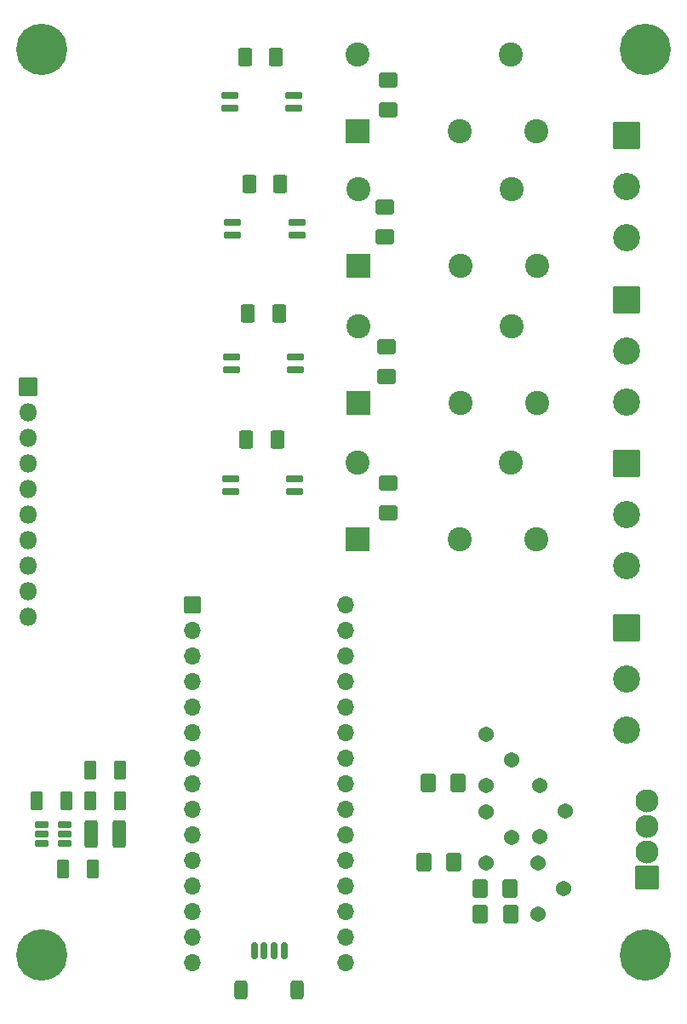
<source format=gbr>
%TF.GenerationSoftware,KiCad,Pcbnew,8.0.5*%
%TF.CreationDate,2024-09-29T21:47:55-04:00*%
%TF.ProjectId,BREAD_Slice,42524541-445f-4536-9c69-63652e6b6963,rev?*%
%TF.SameCoordinates,PX74eba40PY8552dc0*%
%TF.FileFunction,Soldermask,Bot*%
%TF.FilePolarity,Negative*%
%FSLAX46Y46*%
G04 Gerber Fmt 4.6, Leading zero omitted, Abs format (unit mm)*
G04 Created by KiCad (PCBNEW 8.0.5) date 2024-09-29 21:47:55*
%MOMM*%
%LPD*%
G01*
G04 APERTURE LIST*
G04 Aperture macros list*
%AMRoundRect*
0 Rectangle with rounded corners*
0 $1 Rounding radius*
0 $2 $3 $4 $5 $6 $7 $8 $9 X,Y pos of 4 corners*
0 Add a 4 corners polygon primitive as box body*
4,1,4,$2,$3,$4,$5,$6,$7,$8,$9,$2,$3,0*
0 Add four circle primitives for the rounded corners*
1,1,$1+$1,$2,$3*
1,1,$1+$1,$4,$5*
1,1,$1+$1,$6,$7*
1,1,$1+$1,$8,$9*
0 Add four rect primitives between the rounded corners*
20,1,$1+$1,$2,$3,$4,$5,0*
20,1,$1+$1,$4,$5,$6,$7,0*
20,1,$1+$1,$6,$7,$8,$9,0*
20,1,$1+$1,$8,$9,$2,$3,0*%
G04 Aperture macros list end*
%ADD10C,5.100000*%
%ADD11RoundRect,0.050000X-0.800000X-0.800000X0.800000X-0.800000X0.800000X0.800000X-0.800000X0.800000X0*%
%ADD12O,1.700000X1.700000*%
%ADD13RoundRect,0.050000X-0.850000X-0.850000X0.850000X-0.850000X0.850000X0.850000X-0.850000X0.850000X0*%
%ADD14O,1.800000X1.800000*%
%ADD15RoundRect,0.050000X-1.300000X1.300000X-1.300000X-1.300000X1.300000X-1.300000X1.300000X1.300000X0*%
%ADD16C,2.700000*%
%ADD17C,1.540000*%
%ADD18RoundRect,0.050000X1.100000X-1.100000X1.100000X1.100000X-1.100000X1.100000X-1.100000X-1.100000X0*%
%ADD19C,2.300000*%
%ADD20RoundRect,0.050000X1.150000X1.150000X-1.150000X1.150000X-1.150000X-1.150000X1.150000X-1.150000X0*%
%ADD21C,2.400000*%
%ADD22RoundRect,0.267544X0.494956X0.657456X-0.494956X0.657456X-0.494956X-0.657456X0.494956X-0.657456X0*%
%ADD23RoundRect,0.175000X-0.687500X-0.175000X0.687500X-0.175000X0.687500X0.175000X-0.687500X0.175000X0*%
%ADD24RoundRect,0.175000X0.175000X0.650000X-0.175000X0.650000X-0.175000X-0.650000X0.175000X-0.650000X0*%
%ADD25RoundRect,0.270833X0.379167X0.679167X-0.379167X0.679167X-0.379167X-0.679167X0.379167X-0.679167X0*%
%ADD26RoundRect,0.271739X0.353261X0.678261X-0.353261X0.678261X-0.353261X-0.678261X0.353261X-0.678261X0*%
%ADD27RoundRect,0.267544X-0.657456X0.494956X-0.657456X-0.494956X0.657456X-0.494956X0.657456X0.494956X0*%
%ADD28RoundRect,0.175000X-0.537500X-0.175000X0.537500X-0.175000X0.537500X0.175000X-0.537500X0.175000X0*%
%ADD29RoundRect,0.269231X-0.430769X-0.655769X0.430769X-0.655769X0.430769X0.655769X-0.430769X0.655769X0*%
%ADD30RoundRect,0.271739X-0.353261X-0.678261X0.353261X-0.678261X0.353261X0.678261X-0.353261X0.678261X0*%
%ADD31RoundRect,0.267544X-0.494956X-0.657456X0.494956X-0.657456X0.494956X0.657456X-0.494956X0.657456X0*%
%ADD32RoundRect,0.270000X-0.405000X-1.105000X0.405000X-1.105000X0.405000X1.105000X-0.405000X1.105000X0*%
G04 APERTURE END LIST*
D10*
%TO.C,H1*%
X5000000Y95000000D03*
%TD*%
%TO.C,H3*%
X65000000Y95000000D03*
%TD*%
%TO.C,H2*%
X5000000Y5000000D03*
%TD*%
%TO.C,H4*%
X65000000Y5000000D03*
%TD*%
D11*
%TO.C,A1*%
X19988000Y39800000D03*
D12*
X19988000Y37260000D03*
X19988000Y34720000D03*
X19988000Y32180000D03*
X19988000Y29640000D03*
X19988000Y27100000D03*
X19988000Y24560000D03*
X19988000Y22020000D03*
X19988000Y19480000D03*
X19988000Y16940000D03*
X19988000Y14400000D03*
X19988000Y11860000D03*
X19988000Y9320000D03*
X19988000Y6780000D03*
X19988000Y4240000D03*
X35228000Y4240000D03*
X35228000Y6780000D03*
X35228000Y9320000D03*
X35228000Y11860000D03*
X35228000Y14400000D03*
X35228000Y16940000D03*
X35228000Y19480000D03*
X35228000Y22020000D03*
X35228000Y24560000D03*
X35228000Y27100000D03*
X35228000Y29640000D03*
X35228000Y32180000D03*
X35228000Y34720000D03*
X35228000Y37260000D03*
X35228000Y39800000D03*
%TD*%
D13*
%TO.C,J2*%
X3600000Y61450000D03*
D14*
X3600000Y58910000D03*
X3600000Y56370000D03*
X3600000Y53830000D03*
X3600000Y51290000D03*
X3600000Y48750000D03*
X3600000Y46210000D03*
X3600000Y43670000D03*
X3600000Y41130000D03*
X3600000Y38590000D03*
%TD*%
D15*
%TO.C,J6*%
X63150000Y53850000D03*
D16*
X63150000Y48770000D03*
X63150000Y43690000D03*
%TD*%
D17*
%TO.C,RV1*%
X54360000Y14140000D03*
X56900000Y11600000D03*
X54360000Y9060000D03*
%TD*%
D18*
%TO.C,J3*%
X65200000Y12735000D03*
D19*
X65200000Y15275000D03*
X65200000Y17815000D03*
X65200000Y20355000D03*
%TD*%
D17*
%TO.C,RV4*%
X49160000Y26900000D03*
X51700000Y24360000D03*
X49160000Y21820000D03*
%TD*%
D15*
%TO.C,J7*%
X63150000Y37550000D03*
D16*
X63150000Y32470000D03*
X63150000Y27390000D03*
%TD*%
D20*
%TO.C,K1*%
X36390000Y86908000D03*
D21*
X46550000Y86908000D03*
X54170000Y86908000D03*
X51630000Y94528000D03*
X36390000Y94528000D03*
%TD*%
D17*
%TO.C,RV2*%
X49160000Y19240000D03*
X51700000Y16700000D03*
X49160000Y14160000D03*
%TD*%
D20*
%TO.C,K4*%
X36360000Y46360000D03*
D21*
X46520000Y46360000D03*
X54140000Y46360000D03*
X51600000Y53980000D03*
X36360000Y53980000D03*
%TD*%
D15*
%TO.C,J4*%
X63145000Y86435000D03*
D16*
X63145000Y81355000D03*
X63145000Y76275000D03*
%TD*%
D20*
%TO.C,K2*%
X36425000Y73532000D03*
D21*
X46585000Y73532000D03*
X54205000Y73532000D03*
X51665000Y81152000D03*
X36425000Y81152000D03*
%TD*%
D20*
%TO.C,K3*%
X36425000Y59900000D03*
D21*
X46585000Y59900000D03*
X54205000Y59900000D03*
X51665000Y67520000D03*
X36425000Y67520000D03*
%TD*%
D17*
%TO.C,RV3*%
X54460000Y21840000D03*
X57000000Y19300000D03*
X54460000Y16760000D03*
%TD*%
D15*
%TO.C,J5*%
X63145000Y70135000D03*
D16*
X63145000Y65055000D03*
X63145000Y59975000D03*
%TD*%
D22*
%TO.C,D5*%
X46387500Y22100000D03*
X43412500Y22100000D03*
%TD*%
D23*
%TO.C,U3*%
X23966500Y76580000D03*
X23966500Y77850000D03*
X30341500Y77850000D03*
X30341500Y76580000D03*
%TD*%
D22*
%TO.C,D2*%
X51587500Y9100000D03*
X48612500Y9100000D03*
%TD*%
D23*
%TO.C,U4*%
X23839500Y63202000D03*
X23839500Y64472000D03*
X30214500Y64472000D03*
X30214500Y63202000D03*
%TD*%
D24*
%TO.C,J1*%
X29098000Y5400000D03*
X28098000Y5400000D03*
X27098000Y5400000D03*
X26098000Y5400000D03*
D25*
X30398000Y1525000D03*
X24798000Y1525000D03*
%TD*%
D23*
%TO.C,U2*%
X23677500Y89194000D03*
X23677500Y90464000D03*
X30052500Y90464000D03*
X30052500Y89194000D03*
%TD*%
D26*
%TO.C,C1*%
X7425000Y20345000D03*
X4475000Y20345000D03*
%TD*%
D27*
%TO.C,D8*%
X39219000Y65451500D03*
X39219000Y62476500D03*
%TD*%
%TO.C,D9*%
X39408000Y51911500D03*
X39408000Y48936500D03*
%TD*%
D28*
%TO.C,U1*%
X5012500Y16095000D03*
X5012500Y17045000D03*
X5012500Y17995000D03*
X7287500Y17995000D03*
X7287500Y17045000D03*
X7287500Y16095000D03*
%TD*%
D22*
%TO.C,D3*%
X45987500Y14200000D03*
X43012500Y14200000D03*
%TD*%
D29*
%TO.C,R2*%
X25604000Y81660000D03*
X28704000Y81660000D03*
%TD*%
%TO.C,R3*%
X25477000Y68790000D03*
X28577000Y68790000D03*
%TD*%
D27*
%TO.C,D7*%
X39092000Y79337500D03*
X39092000Y76362500D03*
%TD*%
D26*
%TO.C,C2*%
X10025000Y13545000D03*
X7075000Y13545000D03*
%TD*%
D27*
%TO.C,D6*%
X39438000Y91951500D03*
X39438000Y88976500D03*
%TD*%
D30*
%TO.C,C3*%
X9775000Y20345000D03*
X12725000Y20345000D03*
%TD*%
D29*
%TO.C,R4*%
X25285000Y56266000D03*
X28385000Y56266000D03*
%TD*%
D30*
%TO.C,C4*%
X9775000Y23345000D03*
X12725000Y23345000D03*
%TD*%
D23*
%TO.C,U5*%
X23774500Y51059000D03*
X23774500Y52329000D03*
X30149500Y52329000D03*
X30149500Y51059000D03*
%TD*%
D31*
%TO.C,D4*%
X48575000Y11650000D03*
X51550000Y11650000D03*
%TD*%
D32*
%TO.C,L1*%
X9850000Y17045000D03*
X12650000Y17045000D03*
%TD*%
D29*
%TO.C,R1*%
X25188000Y94274000D03*
X28288000Y94274000D03*
%TD*%
M02*

</source>
